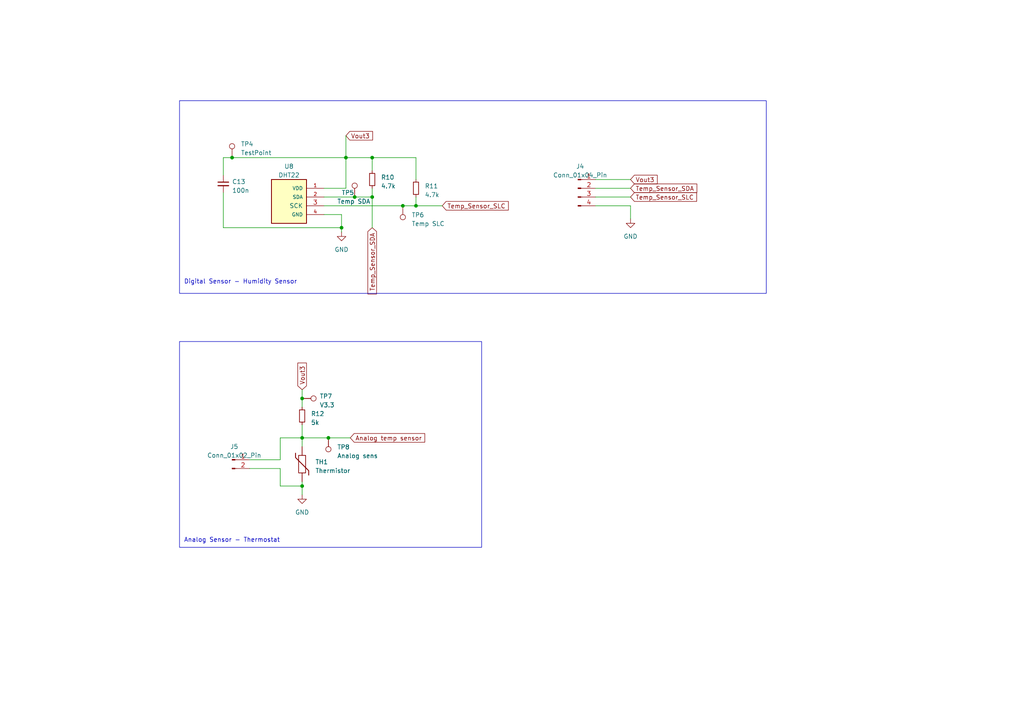
<source format=kicad_sch>
(kicad_sch (version 20230121) (generator eeschema)
  (paper "A4")
  (lib_symbols
    (symbol "Connector:Conn_01x02_Pin" (pin_names (offset 1.016) hide)
      (property "Reference" "J" (at 0 2.54 0))
      (property "Value" "Conn_01x02_Pin" (at 0 -5.08 0))
      (symbol "Conn_01x02_Pin_1_1"
        (polyline (pts (xy 1.27 -2.54) (xy 0.8636 -2.54)) (stroke (width 0.1524)))
        (polyline (pts (xy 1.27 0) (xy 0.8636 0)) (stroke (width 0.1524)))
        (rectangle (start 0.8636 -2.413) (end 0 -2.667) (stroke (width 0.1524)) (fill (type outline)))
        (rectangle (start 0.8636 0.127) (end 0 -0.127) (stroke (width 0.1524)) (fill (type outline)))
        (pin passive line (at 5.08 0 180) (length 3.81) (name "Pin_1") (number "1"))
        (pin passive line (at 5.08 -2.54 180) (length 3.81) (name "Pin_2") (number "2"))
      )
    )
    (symbol "Connector:Conn_01x04_Pin" (pin_names (offset 1.016) hide)
      (property "Reference" "J" (at 0 5.08 0))
      (property "Value" "Conn_01x04_Pin" (at 0 -7.62 0))
      (symbol "Conn_01x04_Pin_1_1"
        (polyline (pts (xy 1.27 -5.08) (xy 0.8636 -5.08)) (stroke (width 0.1524)))
        (polyline (pts (xy 1.27 -2.54) (xy 0.8636 -2.54)) (stroke (width 0.1524)))
        (polyline (pts (xy 1.27 0) (xy 0.8636 0)) (stroke (width 0.1524)))
        (polyline (pts (xy 1.27 2.54) (xy 0.8636 2.54)) (stroke (width 0.1524)))
        (rectangle (start 0.8636 -4.953) (end 0 -5.207) (stroke (width 0.1524)) (fill (type outline)))
        (rectangle (start 0.8636 -2.413) (end 0 -2.667) (stroke (width 0.1524)) (fill (type outline)))
        (rectangle (start 0.8636 0.127) (end 0 -0.127) (stroke (width 0.1524)) (fill (type outline)))
        (rectangle (start 0.8636 2.667) (end 0 2.413) (stroke (width 0.1524)) (fill (type outline)))
        (pin passive line (at 5.08 2.54 180) (length 3.81) (name "Pin_1") (number "1"))
        (pin passive line (at 5.08 0 180) (length 3.81) (name "Pin_2") (number "2"))
        (pin passive line (at 5.08 -2.54 180) (length 3.81) (name "Pin_3") (number "3"))
        (pin passive line (at 5.08 -5.08 180) (length 3.81) (name "Pin_4") (number "4"))
      )
    )
    (symbol "Connector:TestPoint" (pin_numbers hide) (pin_names (offset 0.762) hide)
      (property "Reference" "TP" (at 0 6.858 0))
      (property "Value" "TestPoint" (at 0 5.08 0))
      (symbol "TestPoint_0_1"
        (circle (center 0 3.302) (radius 0.762))
      )
      (symbol "TestPoint_1_1"
        (pin passive line (at 0 0 90) (length 2.54) (name "1") (number "1"))
      )
    )
    (symbol "DHT22_1" (pin_names (offset 1.016))
      (property "Reference" "U" (at 0 0 0))
      (property "Value" "DHT22" (at 0 0 0))
      (symbol "DHT22_1_0_0"
        (rectangle (start 0 12.7) (end 10.16 0) (stroke (width 0.254)) (fill (type background)))
        (pin power_in line (at 15.24 10.16 180) (length 5.08) (name "VDD") (number "1"))
        (pin output line (at 15.24 7.62 180) (length 5.08) (name "SDA") (number "2"))
        (pin power_in line (at 15.24 2.54 180) (length 5.08) (name "GND") (number "4"))
      )
      (symbol "DHT22_1_1_1"
        (pin output line (at 15.24 5.08 180) (length 5.08) (name "SCK") (number "3"))
      )
    )
    (symbol "Device:C_Small" (pin_numbers hide) (pin_names (offset 0.254) hide)
      (property "Reference" "C" (at 0.254 1.778 0))
      (property "Value" "C_Small" (at 0.254 -2.032 0))
      (symbol "C_Small_0_1"
        (polyline (pts (xy -1.524 -0.508) (xy 1.524 -0.508)) (stroke (width 0.3302)))
        (polyline (pts (xy -1.524 0.508) (xy 1.524 0.508)) (stroke (width 0.3048)))
      )
      (symbol "C_Small_1_1"
        (pin passive line (at 0 2.54 270) (length 2.032) (name "~") (number "1"))
        (pin passive line (at 0 -2.54 90) (length 2.032) (name "~") (number "2"))
      )
    )
    (symbol "Device:R_Small" (pin_numbers hide) (pin_names (offset 0.254) hide)
      (property "Reference" "R" (at 0.762 0.508 0))
      (property "Value" "R_Small" (at 0.762 -1.016 0))
      (symbol "R_Small_0_1"
        (rectangle (start -0.762 1.778) (end 0.762 -1.778) (stroke (width 0.2032)))
      )
      (symbol "R_Small_1_1"
        (pin passive line (at 0 2.54 270) (length 0.762) (name "~") (number "1"))
        (pin passive line (at 0 -2.54 90) (length 0.762) (name "~") (number "2"))
      )
    )
    (symbol "Device:Thermistor" (pin_numbers hide) (pin_names (offset 0))
      (property "Reference" "TH" (at 2.54 1.27 90))
      (property "Value" "Thermistor" (at -2.54 0 90))
      (symbol "Thermistor_0_1"
        (rectangle (start -1.016 2.54) (end 1.016 -2.54) (stroke (width 0.2032)))
        (polyline (pts (xy -1.905 3.175) (xy -1.905 1.905) (xy 1.905 -1.905) (xy 1.905 -3.175) (xy 1.905 -3.175)) (stroke (width 0.254)))
      )
      (symbol "Thermistor_1_1"
        (pin passive line (at 0 5.08 270) (length 2.54) (name "~") (number "1"))
        (pin passive line (at 0 -5.08 90) (length 2.54) (name "~") (number "2"))
      )
    )
    (symbol "power:GND" (power) (pin_names (offset 0))
      (property "Value" "GND" (at 0 -3.81 0))
      (symbol "GND_0_1"
        (polyline (pts (xy 0 0) (xy 0 -1.27) (xy 1.27 -1.27) (xy 0 -2.54) (xy -1.27 -1.27) (xy 0 -1.27)))
      )
      (symbol "GND_1_1"
        (pin power_in line (at 0 0 270) (length 0) hide (name "GND") (number "1"))
      )
    )
  )
  (junction (at 100.33 45.72))
  (junction (at 95.25 127))
  (junction (at 102.87 57.15))
  (junction (at 99.06 66.04))
  (junction (at 67.31 45.72))
  (junction (at 87.63 127))
  (junction (at 107.95 45.72))
  (junction (at 120.65 59.69))
  (junction (at 87.63 115.57))
  (junction (at 107.95 57.15))
  (junction (at 87.63 140.97))
  (junction (at 116.84 59.69))
  (wire (pts (xy 128.27 59.69) (xy 120.65 59.69)))
  (wire (pts (xy 93.98 54.61) (xy 100.33 54.61)))
  (wire (pts (xy 87.63 123.19) (xy 87.63 127)))
  (wire (pts (xy 72.39 133.35) (xy 81.28 133.35)))
  (wire (pts (xy 172.72 52.07) (xy 182.88 52.07)))
  (wire (pts (xy 87.63 113.03) (xy 87.63 115.57)))
  (wire (pts (xy 67.31 45.72) (xy 100.33 45.72)))
  (wire (pts (xy 87.63 127) (xy 87.63 129.54)))
  (wire (pts (xy 100.33 39.37) (xy 100.33 45.72)))
  (wire (pts (xy 102.87 57.15) (xy 93.98 57.15)))
  (wire (pts (xy 120.65 45.72) (xy 120.65 52.07)))
  (wire (pts (xy 64.77 66.04) (xy 64.77 55.88)))
  (wire (pts (xy 81.28 127) (xy 87.63 127)))
  (wire (pts (xy 116.84 59.69) (xy 93.98 59.69)))
  (wire (pts (xy 87.63 140.97) (xy 87.63 143.51)))
  (wire (pts (xy 172.72 54.61) (xy 182.88 54.61)))
  (wire (pts (xy 120.65 57.15) (xy 120.65 59.69)))
  (wire (pts (xy 87.63 139.7) (xy 87.63 140.97)))
  (wire (pts (xy 107.95 54.61) (xy 107.95 57.15)))
  (wire (pts (xy 64.77 50.8) (xy 64.77 45.72)))
  (wire (pts (xy 120.65 59.69) (xy 116.84 59.69)))
  (wire (pts (xy 102.87 57.15) (xy 107.95 57.15)))
  (wire (pts (xy 172.72 57.15) (xy 182.88 57.15)))
  (wire (pts (xy 87.63 115.57) (xy 87.63 118.11)))
  (wire (pts (xy 100.33 45.72) (xy 107.95 45.72)))
  (wire (pts (xy 81.28 135.89) (xy 81.28 140.97)))
  (wire (pts (xy 182.88 59.69) (xy 182.88 63.5)))
  (wire (pts (xy 107.95 57.15) (xy 107.95 66.04)))
  (wire (pts (xy 72.39 135.89) (xy 81.28 135.89)))
  (wire (pts (xy 93.98 62.23) (xy 99.06 62.23)))
  (wire (pts (xy 107.95 45.72) (xy 107.95 49.53)))
  (wire (pts (xy 99.06 66.04) (xy 99.06 67.31)))
  (wire (pts (xy 64.77 45.72) (xy 67.31 45.72)))
  (wire (pts (xy 95.25 127) (xy 101.6 127)))
  (wire (pts (xy 99.06 62.23) (xy 99.06 66.04)))
  (wire (pts (xy 100.33 45.72) (xy 100.33 54.61)))
  (wire (pts (xy 87.63 127) (xy 95.25 127)))
  (wire (pts (xy 172.72 59.69) (xy 182.88 59.69)))
  (wire (pts (xy 81.28 140.97) (xy 87.63 140.97)))
  (wire (pts (xy 81.28 133.35) (xy 81.28 127)))
  (wire (pts (xy 107.95 45.72) (xy 120.65 45.72)))
  (wire (pts (xy 64.77 66.04) (xy 99.06 66.04)))
  (rectangle (start 52.07 29.21) (end 222.25 85.09))
  (rectangle (start 52.07 99.06) (end 139.7 158.75))
  (text "Analog Sensor - Thermostat" (at 53.34 157.48 0) (effects (font (size 1.27 1.27)) (justify left bottom)))
  (text "Digital Sensor - Humidity Sensor" (at 53.34 82.55 0) (effects (font (size 1.27 1.27)) (justify left bottom)))
  (global_label "Analog temp sensor" (shape input) (at 101.6 127 0) (property "Intersheetrefs" "${INTERSHEET_REFS}" (effects hide)))
  (global_label "Vout3" (shape input) (at 87.63 113.03 90) (property "Intersheetrefs" "${INTERSHEET_REFS}" (effects hide)))
  (global_label "Temp_Sensor_SDA" (shape input) (at 182.88 54.61 0) (property "Intersheetrefs" "${INTERSHEET_REFS}" (effects hide)))
  (global_label "Temp_Sensor_SLC" (shape input) (at 182.88 57.15 0) (property "Intersheetrefs" "${INTERSHEET_REFS}" (effects hide)))
  (global_label "Vout3" (shape input) (at 100.33 39.37 0) (property "Intersheetrefs" "${INTERSHEET_REFS}" (effects hide)))
  (global_label "Vout3" (shape input) (at 182.88 52.07 0) (property "Intersheetrefs" "${INTERSHEET_REFS}" (effects hide)))
  (global_label "Temp_Sensor_SLC" (shape input) (at 128.27 59.69 0) (property "Intersheetrefs" "${INTERSHEET_REFS}" (effects hide)))
  (global_label "Temp_Sensor_SDA" (shape input) (at 107.95 66.04 270) (property "Intersheetrefs" "${INTERSHEET_REFS}" (effects hide)))
  (symbol (lib_id "Connector:TestPoint") (at 95.25 127 180) (unit 1)
    (property "Reference" "TP5" (at 97.79 129.667 0) (effects (justify right)))
    (property "Value" "Analog sens" (at 97.79 132.207 0) (effects (justify right)))
    (property "Footprint" "TestPoint:TestPoint_THTPad_1.0x1.0mm_Drill0.5mm" (effects hide))
    (property "Component $ Value" "0" (effects hide))
    (instances (project "EEE3088_design_project" (path "" (reference "TP8") (unit 1))) (project "Sensor Submodule" (path "" (reference "TP5") (unit 1))))
  )
  (symbol (lib_id "Device:R_Small") (at 87.63 120.65 0) (unit 1)
    (property "Reference" "R3" (at 90.17 120.015 0) (effects (justify left)))
    (property "Value" "5k" (at 90.17 122.555 0) (effects (justify left)))
    (property "Footprint" "Resistor_SMD:R_0805_2012Metric_Pad1.20x1.40mm_HandSolder" (effects hide))
    (property "Component $ Value" "0.0020" (effects hide))
    (property "JLC Part Number" "C784215" (effects hide))
    (instances (project "EEE3088_design_project" (path "" (reference "R12") (unit 1))) (project "Sensor Submodule" (path "" (reference "R3") (unit 1))))
  )
  (symbol (lib_id "Connector:Conn_01x02_Pin") (at 67.31 133.35 0) (unit 1)
    (property "Reference" "J5" (at 67.945 129.54 0))
    (property "Value" "Conn_01x02_Pin" (at 67.945 132.08 0))
    (property "Footprint" "Connector_PinHeader_2.54mm:PinHeader_1x02_P2.54mm_Vertical" (effects hide))
  )
  (symbol (lib_id "Device:Thermistor") (at 87.63 134.62 0) (unit 1)
    (property "Reference" "TH1" (at 91.44 133.985 0) (effects (justify left)))
    (property "Value" "Thermistor" (at 91.44 136.525 0) (effects (justify left)))
    (property "Footprint" "STM32:RES-TH_L12.5-W5.0-P7.50-D0.7" (effects hide))
    (property "Component $ Value" "0.0353" (effects hide))
    (property "JLC Part Number" "C190085" (effects hide))
  )
  (symbol (lib_id "Device:C_Small") (at 64.77 53.34 0) (unit 1)
    (property "Reference" "C1" (at 67.31 52.7113 0) (effects (justify left)))
    (property "Value" "100n" (at 67.31 55.2513 0) (effects (justify left)))
    (property "Footprint" "Capacitor_SMD:C_0805_2012Metric" (effects hide))
    (property "Component $ Value" "0.0007" (effects hide))
    (property "JLC Part Number" "C284966" (effects hide))
    (instances (project "EEE3088_design_project" (path "" (reference "C13") (unit 1))) (project "Sensor Submodule" (path "" (reference "C1") (unit 1))))
  )
  (symbol (lib_id "Connector:TestPoint") (at 116.84 59.69 180) (unit 1)
    (property "Reference" "TP3" (at 119.38 62.357 0) (effects (justify right)))
    (property "Value" "Temp SLC" (at 119.38 64.897 0) (effects (justify right)))
    (property "Footprint" "TestPoint:TestPoint_THTPad_1.0x1.0mm_Drill0.5mm" (effects hide))
    (property "Component $ Value" "0" (effects hide))
    (instances (project "EEE3088_design_project" (path "" (reference "TP6") (unit 1))) (project "Sensor Submodule" (path "" (reference "TP3") (unit 1))))
  )
  (symbol (lib_id "Connector:TestPoint") (at 87.63 115.57 270) (unit 1)
    (property "Reference" "TP4" (at 92.71 114.935 90) (effects (justify left)))
    (property "Value" "V3.3" (at 92.71 117.475 90) (effects (justify left)))
    (property "Footprint" "TestPoint:TestPoint_THTPad_1.0x1.0mm_Drill0.5mm" (effects hide))
    (property "Component $ Value" "0" (effects hide))
    (instances (project "EEE3088_design_project" (path "" (reference "TP7") (unit 1))) (project "Sensor Submodule" (path "" (reference "TP4") (unit 1))))
  )
  (symbol (lib_id "Device:R_Small") (at 120.65 54.61 0) (unit 1)
    (property "Reference" "R2" (at 123.19 53.975 0) (effects (justify left)))
    (property "Value" "4.7k" (at 123.19 56.515 0) (effects (justify left)))
    (property "Footprint" "Resistor_SMD:R_0805_2012Metric_Pad1.20x1.40mm_HandSolder" (effects hide))
    (property "Component $ Value" "0.0005" (effects hide))
    (property "JLC Part Number" "C25900" (effects hide))
    (instances (project "EEE3088_design_project" (path "" (reference "R11") (unit 1))) (project "Sensor Submodule" (path "" (reference "R2") (unit 1))))
  )
  (symbol (lib_id "power:GND") (at 87.63 143.51 0) (unit 1)
    (property "Reference" "#PWR02" (effects hide))
    (property "Value" "GND" (at 87.63 148.59 0))
    (instances (project "EEE3088_design_project" (path "" (reference "#PWR0105") (unit 1))) (project "Sensor Submodule" (path "" (reference "#PWR02") (unit 1))))
  )
  (symbol (lib_id "Connector:TestPoint") (at 67.31 45.72 0) (unit 1)
    (property "Reference" "TP1" (at 69.85 41.783 0) (effects (justify left)))
    (property "Value" "TestPoint" (at 69.85 44.323 0) (effects (justify left)))
    (property "Footprint" "TestPoint:TestPoint_THTPad_1.0x1.0mm_Drill0.5mm" (effects hide))
    (property "Component $ Value" "0" (effects hide))
    (instances (project "EEE3088_design_project" (path "" (reference "TP4") (unit 1))) (project "Sensor Submodule" (path "" (reference "TP1") (unit 1))))
  )
  (symbol (lib_name "DHT22_1") (lib_id "DHT22:DHT22") (at 78.74 64.77 0) (unit 1)
    (property "Reference" "U2" (at 83.82 48.26 0))
    (property "Value" "DHT22" (at 83.82 50.8 0))
    (property "Footprint" "STM32:SENSOR-TH_HAIGU_DHT22" (effects hide))
    (property "Component $ Value" "1.4418" (effects hide))
    (property "JLC Part Number" "C2880291" (effects hide))
    (instances (project "EEE3088_design_project" (path "" (reference "U8") (unit 1))) (project "Sensor Submodule" (path "" (reference "U2") (unit 1))))
  )
  (symbol (lib_id "power:GND") (at 182.88 63.5 0) (unit 1)
    (property "Reference" "#PWR01" (effects hide))
    (property "Value" "GND" (at 182.88 68.58 0))
    (instances (project "EEE3088_design_project" (path "" (reference "#PWR06") (unit 1))) (project "Sensor Submodule" (path "" (reference "#PWR01") (unit 1))))
  )
  (symbol (lib_id "Connector:Conn_01x04_Pin") (at 167.64 54.61 0) (unit 1)
    (property "Reference" "J4" (at 168.275 48.26 0))
    (property "Value" "Conn_01x04_Pin" (at 168.275 50.8 0))
    (property "Footprint" "Connector_PinHeader_2.54mm:PinHeader_1x04_P2.54mm_Vertical" (effects hide))
  )
  (symbol (lib_id "power:GND") (at 99.06 67.31 0) (unit 1)
    (property "Reference" "#PWR01" (effects hide))
    (property "Value" "GND" (at 99.06 72.39 0))
    (instances (project "EEE3088_design_project" (path "" (reference "#PWR0102") (unit 1))) (project "Sensor Submodule" (path "" (reference "#PWR01") (unit 1))))
  )
  (symbol (lib_id "Device:R_Small") (at 107.95 52.07 0) (unit 1)
    (property "Reference" "R1" (at 110.49 51.435 0) (effects (justify left)))
    (property "Value" "4.7k" (at 110.49 53.975 0) (effects (justify left)))
    (property "Footprint" "Resistor_SMD:R_0805_2012Metric_Pad1.20x1.40mm_HandSolder" (effects hide))
    (property "Component $ Value" "0.0005" (effects hide))
    (property "JLC Part Number" "C25900" (effects hide))
    (instances (project "EEE3088_design_project" (path "" (reference "R10") (unit 1))) (project "Sensor Submodule" (path "" (reference "R1") (unit 1))))
  )
  (symbol (lib_id "Connector:TestPoint") (at 102.87 57.15 0) (unit 1)
    (property "Reference" "TP2" (at 99.06 55.88 0) (effects (justify left)))
    (property "Value" "Temp SDA" (at 97.79 58.42 0) (effects (justify left)))
    (property "Footprint" "TestPoint:TestPoint_THTPad_1.0x1.0mm_Drill0.5mm" (effects hide))
    (property "Component $ Value" "0" (effects hide))
    (instances (project "EEE3088_design_project" (path "" (reference "TP5") (unit 1))) (project "Sensor Submodule" (path "" (reference "TP2") (unit 1))))
  )
)
</source>
